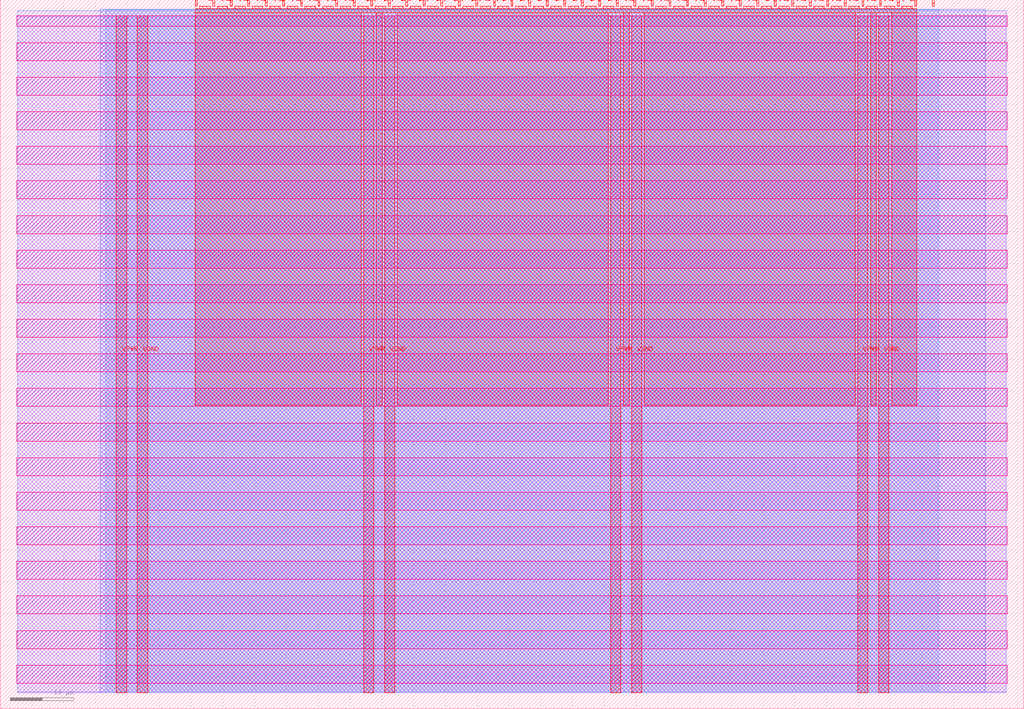
<source format=lef>
VERSION 5.7 ;
  NOWIREEXTENSIONATPIN ON ;
  DIVIDERCHAR "/" ;
  BUSBITCHARS "[]" ;
MACRO tt_um_rebeccargb_styler
  CLASS BLOCK ;
  FOREIGN tt_um_rebeccargb_styler ;
  ORIGIN 0.000 0.000 ;
  SIZE 161.000 BY 111.520 ;
  PIN VGND
    DIRECTION INOUT ;
    USE GROUND ;
    PORT
      LAYER met4 ;
        RECT 21.580 2.480 23.180 109.040 ;
    END
    PORT
      LAYER met4 ;
        RECT 60.450 2.480 62.050 109.040 ;
    END
    PORT
      LAYER met4 ;
        RECT 99.320 2.480 100.920 109.040 ;
    END
    PORT
      LAYER met4 ;
        RECT 138.190 2.480 139.790 109.040 ;
    END
  END VGND
  PIN VPWR
    DIRECTION INOUT ;
    USE POWER ;
    PORT
      LAYER met4 ;
        RECT 18.280 2.480 19.880 109.040 ;
    END
    PORT
      LAYER met4 ;
        RECT 57.150 2.480 58.750 109.040 ;
    END
    PORT
      LAYER met4 ;
        RECT 96.020 2.480 97.620 109.040 ;
    END
    PORT
      LAYER met4 ;
        RECT 134.890 2.480 136.490 109.040 ;
    END
  END VPWR
  PIN clk
    DIRECTION INPUT ;
    USE SIGNAL ;
    ANTENNAGATEAREA 0.852000 ;
    PORT
      LAYER met4 ;
        RECT 143.830 110.520 144.130 111.520 ;
    END
  END clk
  PIN ena
    DIRECTION INPUT ;
    USE SIGNAL ;
    PORT
      LAYER met4 ;
        RECT 146.590 110.520 146.890 111.520 ;
    END
  END ena
  PIN rst_n
    DIRECTION INPUT ;
    USE SIGNAL ;
    ANTENNAGATEAREA 0.196500 ;
    PORT
      LAYER met4 ;
        RECT 141.070 110.520 141.370 111.520 ;
    END
  END rst_n
  PIN ui_in[0]
    DIRECTION INPUT ;
    USE SIGNAL ;
    ANTENNAGATEAREA 0.213000 ;
    PORT
      LAYER met4 ;
        RECT 138.310 110.520 138.610 111.520 ;
    END
  END ui_in[0]
  PIN ui_in[1]
    DIRECTION INPUT ;
    USE SIGNAL ;
    ANTENNAGATEAREA 0.159000 ;
    PORT
      LAYER met4 ;
        RECT 135.550 110.520 135.850 111.520 ;
    END
  END ui_in[1]
  PIN ui_in[2]
    DIRECTION INPUT ;
    USE SIGNAL ;
    ANTENNAGATEAREA 0.159000 ;
    PORT
      LAYER met4 ;
        RECT 132.790 110.520 133.090 111.520 ;
    END
  END ui_in[2]
  PIN ui_in[3]
    DIRECTION INPUT ;
    USE SIGNAL ;
    ANTENNAGATEAREA 0.196500 ;
    PORT
      LAYER met4 ;
        RECT 130.030 110.520 130.330 111.520 ;
    END
  END ui_in[3]
  PIN ui_in[4]
    DIRECTION INPUT ;
    USE SIGNAL ;
    ANTENNAGATEAREA 0.196500 ;
    PORT
      LAYER met4 ;
        RECT 127.270 110.520 127.570 111.520 ;
    END
  END ui_in[4]
  PIN ui_in[5]
    DIRECTION INPUT ;
    USE SIGNAL ;
    ANTENNAGATEAREA 0.196500 ;
    PORT
      LAYER met4 ;
        RECT 124.510 110.520 124.810 111.520 ;
    END
  END ui_in[5]
  PIN ui_in[6]
    DIRECTION INPUT ;
    USE SIGNAL ;
    ANTENNAGATEAREA 0.126000 ;
    PORT
      LAYER met4 ;
        RECT 121.750 110.520 122.050 111.520 ;
    END
  END ui_in[6]
  PIN ui_in[7]
    DIRECTION INPUT ;
    USE SIGNAL ;
    ANTENNAGATEAREA 0.196500 ;
    PORT
      LAYER met4 ;
        RECT 118.990 110.520 119.290 111.520 ;
    END
  END ui_in[7]
  PIN uio_in[0]
    DIRECTION INPUT ;
    USE SIGNAL ;
    ANTENNAGATEAREA 0.159000 ;
    PORT
      LAYER met4 ;
        RECT 116.230 110.520 116.530 111.520 ;
    END
  END uio_in[0]
  PIN uio_in[1]
    DIRECTION INPUT ;
    USE SIGNAL ;
    ANTENNAGATEAREA 0.159000 ;
    PORT
      LAYER met4 ;
        RECT 113.470 110.520 113.770 111.520 ;
    END
  END uio_in[1]
  PIN uio_in[2]
    DIRECTION INPUT ;
    USE SIGNAL ;
    ANTENNAGATEAREA 0.159000 ;
    PORT
      LAYER met4 ;
        RECT 110.710 110.520 111.010 111.520 ;
    END
  END uio_in[2]
  PIN uio_in[3]
    DIRECTION INPUT ;
    USE SIGNAL ;
    ANTENNAGATEAREA 0.159000 ;
    PORT
      LAYER met4 ;
        RECT 107.950 110.520 108.250 111.520 ;
    END
  END uio_in[3]
  PIN uio_in[4]
    DIRECTION INPUT ;
    USE SIGNAL ;
    ANTENNAGATEAREA 0.213000 ;
    PORT
      LAYER met4 ;
        RECT 105.190 110.520 105.490 111.520 ;
    END
  END uio_in[4]
  PIN uio_in[5]
    DIRECTION INPUT ;
    USE SIGNAL ;
    ANTENNAGATEAREA 0.213000 ;
    PORT
      LAYER met4 ;
        RECT 102.430 110.520 102.730 111.520 ;
    END
  END uio_in[5]
  PIN uio_in[6]
    DIRECTION INPUT ;
    USE SIGNAL ;
    ANTENNAGATEAREA 0.159000 ;
    PORT
      LAYER met4 ;
        RECT 99.670 110.520 99.970 111.520 ;
    END
  END uio_in[6]
  PIN uio_in[7]
    DIRECTION INPUT ;
    USE SIGNAL ;
    ANTENNAGATEAREA 0.213000 ;
    PORT
      LAYER met4 ;
        RECT 96.910 110.520 97.210 111.520 ;
    END
  END uio_in[7]
  PIN uio_oe[0]
    DIRECTION OUTPUT ;
    USE SIGNAL ;
    ANTENNADIFFAREA 0.445500 ;
    PORT
      LAYER met4 ;
        RECT 49.990 110.520 50.290 111.520 ;
    END
  END uio_oe[0]
  PIN uio_oe[1]
    DIRECTION OUTPUT ;
    USE SIGNAL ;
    ANTENNADIFFAREA 0.445500 ;
    PORT
      LAYER met4 ;
        RECT 47.230 110.520 47.530 111.520 ;
    END
  END uio_oe[1]
  PIN uio_oe[2]
    DIRECTION OUTPUT ;
    USE SIGNAL ;
    ANTENNADIFFAREA 0.445500 ;
    PORT
      LAYER met4 ;
        RECT 44.470 110.520 44.770 111.520 ;
    END
  END uio_oe[2]
  PIN uio_oe[3]
    DIRECTION OUTPUT ;
    USE SIGNAL ;
    ANTENNADIFFAREA 0.445500 ;
    PORT
      LAYER met4 ;
        RECT 41.710 110.520 42.010 111.520 ;
    END
  END uio_oe[3]
  PIN uio_oe[4]
    DIRECTION OUTPUT ;
    USE SIGNAL ;
    ANTENNADIFFAREA 0.445500 ;
    PORT
      LAYER met4 ;
        RECT 38.950 110.520 39.250 111.520 ;
    END
  END uio_oe[4]
  PIN uio_oe[5]
    DIRECTION OUTPUT ;
    USE SIGNAL ;
    ANTENNADIFFAREA 0.445500 ;
    PORT
      LAYER met4 ;
        RECT 36.190 110.520 36.490 111.520 ;
    END
  END uio_oe[5]
  PIN uio_oe[6]
    DIRECTION OUTPUT ;
    USE SIGNAL ;
    ANTENNADIFFAREA 0.445500 ;
    PORT
      LAYER met4 ;
        RECT 33.430 110.520 33.730 111.520 ;
    END
  END uio_oe[6]
  PIN uio_oe[7]
    DIRECTION OUTPUT ;
    USE SIGNAL ;
    ANTENNAGATEAREA 1.113000 ;
    ANTENNADIFFAREA 1.075200 ;
    PORT
      LAYER met4 ;
        RECT 30.670 110.520 30.970 111.520 ;
    END
  END uio_oe[7]
  PIN uio_out[0]
    DIRECTION OUTPUT ;
    USE SIGNAL ;
    ANTENNAGATEAREA 0.213000 ;
    ANTENNADIFFAREA 0.891000 ;
    PORT
      LAYER met4 ;
        RECT 72.070 110.520 72.370 111.520 ;
    END
  END uio_out[0]
  PIN uio_out[1]
    DIRECTION OUTPUT ;
    USE SIGNAL ;
    ANTENNAGATEAREA 0.213000 ;
    ANTENNADIFFAREA 0.891000 ;
    PORT
      LAYER met4 ;
        RECT 69.310 110.520 69.610 111.520 ;
    END
  END uio_out[1]
  PIN uio_out[2]
    DIRECTION OUTPUT ;
    USE SIGNAL ;
    ANTENNAGATEAREA 0.213000 ;
    ANTENNADIFFAREA 0.924000 ;
    PORT
      LAYER met4 ;
        RECT 66.550 110.520 66.850 111.520 ;
    END
  END uio_out[2]
  PIN uio_out[3]
    DIRECTION OUTPUT ;
    USE SIGNAL ;
    ANTENNAGATEAREA 0.213000 ;
    ANTENNADIFFAREA 0.924000 ;
    PORT
      LAYER met4 ;
        RECT 63.790 110.520 64.090 111.520 ;
    END
  END uio_out[3]
  PIN uio_out[4]
    DIRECTION OUTPUT ;
    USE SIGNAL ;
    ANTENNAGATEAREA 0.213000 ;
    ANTENNADIFFAREA 0.924000 ;
    PORT
      LAYER met4 ;
        RECT 61.030 110.520 61.330 111.520 ;
    END
  END uio_out[4]
  PIN uio_out[5]
    DIRECTION OUTPUT ;
    USE SIGNAL ;
    ANTENNAGATEAREA 0.213000 ;
    ANTENNADIFFAREA 0.924000 ;
    PORT
      LAYER met4 ;
        RECT 58.270 110.520 58.570 111.520 ;
    END
  END uio_out[5]
  PIN uio_out[6]
    DIRECTION OUTPUT ;
    USE SIGNAL ;
    ANTENNAGATEAREA 0.213000 ;
    ANTENNADIFFAREA 0.891000 ;
    PORT
      LAYER met4 ;
        RECT 55.510 110.520 55.810 111.520 ;
    END
  END uio_out[6]
  PIN uio_out[7]
    DIRECTION OUTPUT ;
    USE SIGNAL ;
    ANTENNAGATEAREA 0.213000 ;
    ANTENNADIFFAREA 1.288000 ;
    PORT
      LAYER met4 ;
        RECT 52.750 110.520 53.050 111.520 ;
    END
  END uio_out[7]
  PIN uo_out[0]
    DIRECTION OUTPUT ;
    USE SIGNAL ;
    ANTENNADIFFAREA 0.795200 ;
    PORT
      LAYER met4 ;
        RECT 94.150 110.520 94.450 111.520 ;
    END
  END uo_out[0]
  PIN uo_out[1]
    DIRECTION OUTPUT ;
    USE SIGNAL ;
    ANTENNADIFFAREA 0.795200 ;
    PORT
      LAYER met4 ;
        RECT 91.390 110.520 91.690 111.520 ;
    END
  END uo_out[1]
  PIN uo_out[2]
    DIRECTION OUTPUT ;
    USE SIGNAL ;
    ANTENNADIFFAREA 0.795200 ;
    PORT
      LAYER met4 ;
        RECT 88.630 110.520 88.930 111.520 ;
    END
  END uo_out[2]
  PIN uo_out[3]
    DIRECTION OUTPUT ;
    USE SIGNAL ;
    ANTENNADIFFAREA 0.795200 ;
    PORT
      LAYER met4 ;
        RECT 85.870 110.520 86.170 111.520 ;
    END
  END uo_out[3]
  PIN uo_out[4]
    DIRECTION OUTPUT ;
    USE SIGNAL ;
    ANTENNADIFFAREA 0.795200 ;
    PORT
      LAYER met4 ;
        RECT 83.110 110.520 83.410 111.520 ;
    END
  END uo_out[4]
  PIN uo_out[5]
    DIRECTION OUTPUT ;
    USE SIGNAL ;
    ANTENNADIFFAREA 0.795200 ;
    PORT
      LAYER met4 ;
        RECT 80.350 110.520 80.650 111.520 ;
    END
  END uo_out[5]
  PIN uo_out[6]
    DIRECTION OUTPUT ;
    USE SIGNAL ;
    ANTENNADIFFAREA 0.795200 ;
    PORT
      LAYER met4 ;
        RECT 77.590 110.520 77.890 111.520 ;
    END
  END uo_out[6]
  PIN uo_out[7]
    DIRECTION OUTPUT ;
    USE SIGNAL ;
    ANTENNADIFFAREA 0.795200 ;
    PORT
      LAYER met4 ;
        RECT 74.830 110.520 75.130 111.520 ;
    END
  END uo_out[7]
  OBS
      LAYER nwell ;
        RECT 2.570 107.385 158.430 108.990 ;
        RECT 2.570 101.945 158.430 104.775 ;
        RECT 2.570 96.505 158.430 99.335 ;
        RECT 2.570 91.065 158.430 93.895 ;
        RECT 2.570 85.625 158.430 88.455 ;
        RECT 2.570 80.185 158.430 83.015 ;
        RECT 2.570 74.745 158.430 77.575 ;
        RECT 2.570 69.305 158.430 72.135 ;
        RECT 2.570 63.865 158.430 66.695 ;
        RECT 2.570 58.425 158.430 61.255 ;
        RECT 2.570 52.985 158.430 55.815 ;
        RECT 2.570 47.545 158.430 50.375 ;
        RECT 2.570 42.105 158.430 44.935 ;
        RECT 2.570 36.665 158.430 39.495 ;
        RECT 2.570 31.225 158.430 34.055 ;
        RECT 2.570 25.785 158.430 28.615 ;
        RECT 2.570 20.345 158.430 23.175 ;
        RECT 2.570 14.905 158.430 17.735 ;
        RECT 2.570 9.465 158.430 12.295 ;
        RECT 2.570 4.025 158.430 6.855 ;
      LAYER li1 ;
        RECT 2.760 2.635 158.240 108.885 ;
      LAYER met1 ;
        RECT 2.760 2.480 158.240 109.780 ;
      LAYER met2 ;
        RECT 15.740 2.535 154.920 110.005 ;
      LAYER met3 ;
        RECT 16.625 2.555 147.595 109.985 ;
      LAYER met4 ;
        RECT 31.370 110.120 33.030 110.520 ;
        RECT 34.130 110.120 35.790 110.520 ;
        RECT 36.890 110.120 38.550 110.520 ;
        RECT 39.650 110.120 41.310 110.520 ;
        RECT 42.410 110.120 44.070 110.520 ;
        RECT 45.170 110.120 46.830 110.520 ;
        RECT 47.930 110.120 49.590 110.520 ;
        RECT 50.690 110.120 52.350 110.520 ;
        RECT 53.450 110.120 55.110 110.520 ;
        RECT 56.210 110.120 57.870 110.520 ;
        RECT 58.970 110.120 60.630 110.520 ;
        RECT 61.730 110.120 63.390 110.520 ;
        RECT 64.490 110.120 66.150 110.520 ;
        RECT 67.250 110.120 68.910 110.520 ;
        RECT 70.010 110.120 71.670 110.520 ;
        RECT 72.770 110.120 74.430 110.520 ;
        RECT 75.530 110.120 77.190 110.520 ;
        RECT 78.290 110.120 79.950 110.520 ;
        RECT 81.050 110.120 82.710 110.520 ;
        RECT 83.810 110.120 85.470 110.520 ;
        RECT 86.570 110.120 88.230 110.520 ;
        RECT 89.330 110.120 90.990 110.520 ;
        RECT 92.090 110.120 93.750 110.520 ;
        RECT 94.850 110.120 96.510 110.520 ;
        RECT 97.610 110.120 99.270 110.520 ;
        RECT 100.370 110.120 102.030 110.520 ;
        RECT 103.130 110.120 104.790 110.520 ;
        RECT 105.890 110.120 107.550 110.520 ;
        RECT 108.650 110.120 110.310 110.520 ;
        RECT 111.410 110.120 113.070 110.520 ;
        RECT 114.170 110.120 115.830 110.520 ;
        RECT 116.930 110.120 118.590 110.520 ;
        RECT 119.690 110.120 121.350 110.520 ;
        RECT 122.450 110.120 124.110 110.520 ;
        RECT 125.210 110.120 126.870 110.520 ;
        RECT 127.970 110.120 129.630 110.520 ;
        RECT 130.730 110.120 132.390 110.520 ;
        RECT 133.490 110.120 135.150 110.520 ;
        RECT 136.250 110.120 137.910 110.520 ;
        RECT 139.010 110.120 140.670 110.520 ;
        RECT 141.770 110.120 143.430 110.520 ;
        RECT 30.655 109.440 144.145 110.120 ;
        RECT 30.655 47.775 56.750 109.440 ;
        RECT 59.150 47.775 60.050 109.440 ;
        RECT 62.450 47.775 95.620 109.440 ;
        RECT 98.020 47.775 98.920 109.440 ;
        RECT 101.320 47.775 134.490 109.440 ;
        RECT 136.890 47.775 137.790 109.440 ;
        RECT 140.190 47.775 144.145 109.440 ;
  END
END tt_um_rebeccargb_styler
END LIBRARY


</source>
